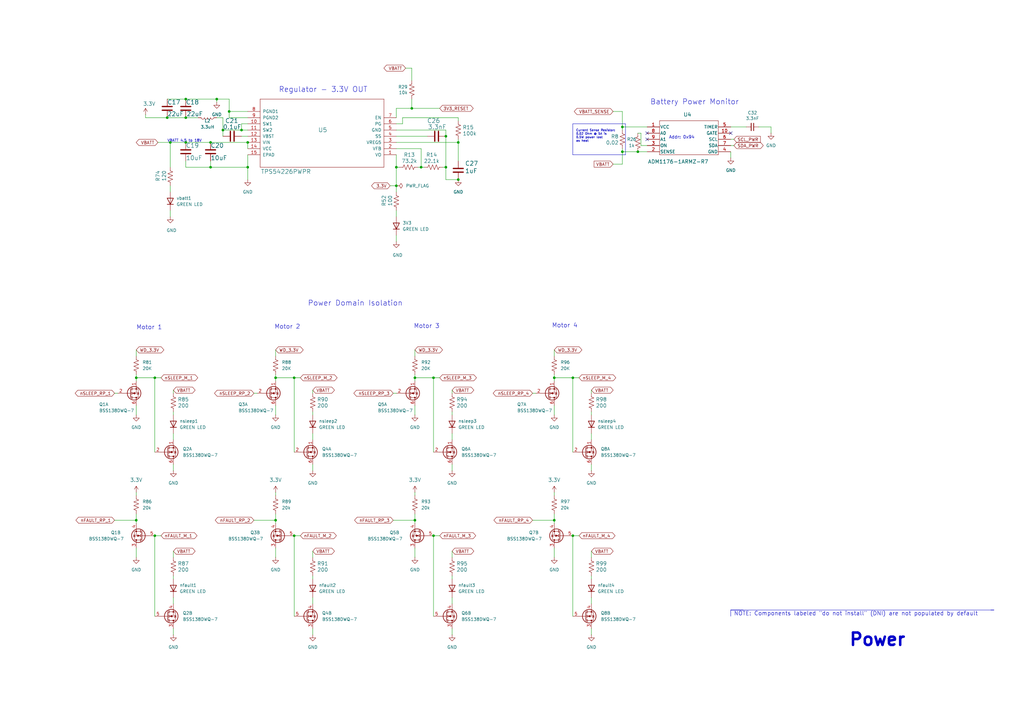
<source format=kicad_sch>
(kicad_sch (version 20250114) (generator "eeschema") (generator_version "9.0")
  (paper "A3")
  (title_block (title "Reaction Wheel Motor Board") (date "2025-08-28") (rev "1.2") (company "Stanford Student Space Initiative") (comment 1 "Carson Lauer") (comment 2 "David Hu (Revisions)"))
  (text "Addr: 0x94" (at 274.32 57.15 0) (effects (font (size 1.27 1.27)) (justify left bottom)))
  (text "Power Domain Isolation" (at 126.238 125.73 0) (effects (font (size 2.159 2.159)) (justify left bottom)))
  (text "Power" (at 347.98 265.43 0) (effects (font (size 5.08 5.08) (thickness 1.016) (bold yes)) (justify left bottom)))
  (text "Motor 3\n" (at 175.006 133.858 0) (effects (font (size 1.778 1.778))))
  (text "Battery Power Monitor" (at 266.7 43.18 0) (effects (font (size 2.159 2.159)) (justify left bottom)))
  (text "VBATT 4.5 to 18V" (at 68.58 58.42 0) (effects (font (size 1.0668 1.0668)) (justify left bottom)))
  (text "Current Sense Resistor:\n0.02 Ohm @ 5A is\n0.5W power lost\nas heat" (at 236.22 58.42 0) (effects (font (size 0.889 0.889)) (justify left bottom)))
  (text "Regulator - 3.3V OUT" (at 114.3 38.1 0) (effects (font (size 2.159 2.159)) (justify left bottom)))
  (text "Motor 4\n" (at 231.648 133.604 0) (effects (font (size 1.778 1.778))))
  (text "NOTE: Components labeled \"do not install\" (DNI) are not populated by default" (at 300.99 252.73 0) (effects (font (size 1.651 1.651)) (justify left bottom)))
  (text "Motor 1" (at 61.214 134.366 0) (effects (font (size 1.778 1.778))))
  (text "Motor 2\n" (at 117.856 134.112 0) (effects (font (size 1.778 1.778))))
  (junction (at 86.36 58.42))
  (junction (at 170.18 154.94))
  (junction (at 120.65 219.71))
  (junction (at 234.95 219.71))
  (junction (at 93.98 45.72))
  (junction (at 261.62 62.23))
  (junction (at 187.96 58.42))
  (junction (at 76.2 40.64))
  (junction (at 120.65 154.94))
  (junction (at 91.44 53.34))
  (junction (at 63.5 154.94))
  (junction (at 177.8 154.94))
  (junction (at 162.56 76.2))
  (junction (at 113.03 154.94))
  (junction (at 68.58 48.26))
  (junction (at 101.6 68.58))
  (junction (at 76.2 58.42))
  (junction (at 182.88 55.88))
  (junction (at 162.56 68.58))
  (junction (at 101.6 58.42))
  (junction (at 177.8 219.71))
  (junction (at 170.18 213.36))
  (junction (at 187.96 73.66))
  (junction (at 227.33 213.36))
  (junction (at 234.95 154.94))
  (junction (at 55.88 213.36))
  (junction (at 76.2 48.26))
  (junction (at 113.03 213.36))
  (junction (at 255.27 62.23))
  (junction (at 88.9 40.64))
  (junction (at 55.88 154.94))
  (junction (at 69.85 58.42))
  (junction (at 168.91 44.45))
  (junction (at 63.5 219.71))
  (junction (at 227.33 154.94))
  (junction (at 99.06 53.34))
  (junction (at 182.88 68.58))
  (junction (at 172.72 68.58))
  (junction (at 86.36 68.58))
  (junction (at 255.27 52.07))
  (no_connect (at 299.72 54.61))
  (no_connect (at 265.43 57.15))
  (no_connect (at 265.43 54.61))
  (wire (pts (xy 187.96 58.42) (xy 187.96 66.04)))
  (wire (pts (xy 227.33 203.2) (xy 227.33 201.93)))
  (wire (pts (xy 55.88 154.94) (xy 55.88 156.21)))
  (wire (pts (xy 170.18 143.51) (xy 170.18 146.05)))
  (wire (pts (xy 181.61 68.58) (xy 182.88 68.58)))
  (wire (pts (xy 71.12 226.06) (xy 71.12 228.6)))
  (wire (pts (xy 66.04 219.71) (xy 63.5 219.71)))
  (wire (pts (xy 242.57 193.04) (xy 242.57 190.5)))
  (wire (pts (xy 165.1 50.8) (xy 162.56 50.8)))
  (wire (pts (xy 63.5 154.94) (xy 66.04 154.94)))
  (wire (pts (xy 185.42 245.11) (xy 185.42 247.65)))
  (wire (pts (xy 88.9 40.64) (xy 93.98 40.64)))
  (wire (pts (xy 69.85 76.2) (xy 69.85 78.74)))
  (wire (pts (xy 76.2 68.58) (xy 76.2 66.04)))
  (wire (pts (xy 162.56 68.58) (xy 163.83 68.58)))
  (wire (pts (xy 161.29 213.36) (xy 170.18 213.36)))
  (wire (pts (xy 46.99 161.29) (xy 48.26 161.29)))
  (wire (pts (xy 261.62 62.23) (xy 265.43 62.23)))
  (wire (pts (xy 237.49 219.71) (xy 234.95 219.71)))
  (wire (pts (xy 170.18 153.67) (xy 170.18 154.94)))
  (wire (pts (xy 168.91 33.02) (xy 168.91 27.94)))
  (wire (pts (xy 172.72 68.58) (xy 173.99 68.58)))
  (wire (pts (xy 69.85 58.42) (xy 69.85 68.58)))
  (wire (pts (xy 170.18 154.94) (xy 170.18 156.21)))
  (wire (pts (xy 299.72 52.07) (xy 306.07 52.07)))
  (wire (pts (xy 218.44 161.29) (xy 219.71 161.29)))
  (wire (pts (xy 300.99 59.69) (xy 299.72 59.69)))
  (wire (pts (xy 86.36 68.58) (xy 101.6 68.58)))
  (wire (pts (xy 76.2 40.64) (xy 88.9 40.64)))
  (wire (pts (xy 242.57 160.02) (xy 242.57 161.29)))
  (wire (pts (xy 300.99 57.15) (xy 299.72 57.15)))
  (wire (pts (xy 187.96 57.15) (xy 187.96 58.42)))
  (wire (pts (xy 170.18 228.6) (xy 170.18 224.79)))
  (wire (pts (xy 120.65 154.94) (xy 123.19 154.94)))
  (wire (pts (xy 162.56 48.26) (xy 162.56 44.45)))
  (wire (pts (xy 162.56 63.5) (xy 162.56 68.58)))
  (wire (pts (xy 128.27 177.8) (xy 128.27 180.34)))
  (polyline (pts (xy 304.8 250.19) (xy 299.72 250.19)))
  (wire (pts (xy 234.95 154.94) (xy 237.49 154.94)))
  (wire (pts (xy 162.56 96.52) (xy 162.56 99.06)))
  (wire (pts (xy 227.33 213.36) (xy 227.33 214.63)))
  (wire (pts (xy 93.98 40.64) (xy 93.98 45.72)))
  (wire (pts (xy 242.57 226.06) (xy 242.57 228.6)))
  (wire (pts (xy 86.36 68.58) (xy 86.36 66.04)))
  (polyline (pts (xy 406.4 250.19) (xy 407.67 250.19)))
  (wire (pts (xy 227.33 166.37) (xy 227.33 170.18)))
  (wire (pts (xy 113.03 154.94) (xy 113.03 156.21)))
  (wire (pts (xy 234.95 185.42) (xy 234.95 154.94)))
  (wire (pts (xy 55.88 228.6) (xy 55.88 224.79)))
  (wire (pts (xy 99.06 53.34) (xy 99.06 50.8)))
  (wire (pts (xy 170.18 210.82) (xy 170.18 213.36)))
  (wire (pts (xy 101.6 68.58) (xy 101.6 73.66)))
  (wire (pts (xy 187.96 48.26) (xy 187.96 49.53)))
  (wire (pts (xy 91.44 53.34) (xy 91.44 48.26)))
  (wire (pts (xy 101.6 63.5) (xy 101.6 68.58)))
  (wire (pts (xy 227.33 154.94) (xy 227.33 156.21)))
  (wire (pts (xy 55.88 203.2) (xy 55.88 201.93)))
  (wire (pts (xy 86.36 58.42) (xy 101.6 58.42)))
  (wire (pts (xy 104.14 213.36) (xy 113.03 213.36)))
  (wire (pts (xy 128.27 237.49) (xy 128.27 236.22)))
  (wire (pts (xy 101.6 55.88) (xy 99.06 55.88)))
  (wire (pts (xy 64.77 58.42) (xy 69.85 58.42)))
  (wire (pts (xy 180.34 219.71) (xy 177.8 219.71)))
  (polyline (pts (xy 256.54 63.5) (xy 234.95 63.5)))
  (wire (pts (xy 55.88 153.67) (xy 55.88 154.94)))
  (wire (pts (xy 68.58 48.26) (xy 76.2 48.26)))
  (wire (pts (xy 113.03 166.37) (xy 113.03 170.18)))
  (wire (pts (xy 227.33 210.82) (xy 227.33 213.36)))
  (wire (pts (xy 168.91 40.64) (xy 168.91 44.45)))
  (wire (pts (xy 262.89 59.69) (xy 265.43 59.69)))
  (wire (pts (xy 185.42 193.04) (xy 185.42 190.5)))
  (polyline (pts (xy 256.54 50.8) (xy 256.54 63.5)))
  (wire (pts (xy 101.6 50.8) (xy 99.06 50.8)))
  (wire (pts (xy 255.27 62.23) (xy 255.27 67.31)))
  (wire (pts (xy 91.44 55.88) (xy 91.44 53.34)))
  (wire (pts (xy 168.91 44.45) (xy 180.34 44.45)))
  (wire (pts (xy 227.33 154.94) (xy 234.95 154.94)))
  (wire (pts (xy 69.85 86.36) (xy 69.85 88.9)))
  (wire (pts (xy 88.9 48.26) (xy 91.44 48.26)))
  (wire (pts (xy 68.58 40.64) (xy 76.2 40.64)))
  (wire (pts (xy 251.46 67.31) (xy 255.27 67.31)))
  (wire (pts (xy 71.12 245.11) (xy 71.12 247.65)))
  (wire (pts (xy 299.72 64.77) (xy 299.72 62.23)))
  (wire (pts (xy 227.33 153.67) (xy 227.33 154.94)))
  (polyline (pts (xy 234.95 50.8) (xy 256.54 50.8)))
  (wire (pts (xy 227.33 143.51) (xy 227.33 146.05)))
  (wire (pts (xy 162.56 53.34) (xy 182.88 53.34)))
  (wire (pts (xy 76.2 58.42) (xy 86.36 58.42)))
  (wire (pts (xy 251.46 45.72) (xy 255.27 45.72)))
  (wire (pts (xy 55.88 154.94) (xy 63.5 154.94)))
  (wire (pts (xy 46.99 213.36) (xy 55.88 213.36)))
  (wire (pts (xy 187.96 48.26) (xy 165.1 48.26)))
  (wire (pts (xy 55.88 166.37) (xy 55.88 170.18)))
  (wire (pts (xy 113.03 210.82) (xy 113.03 213.36)))
  (wire (pts (xy 71.12 237.49) (xy 71.12 236.22)))
  (wire (pts (xy 255.27 52.07) (xy 255.27 45.72)))
  (wire (pts (xy 170.18 203.2) (xy 170.18 201.93)))
  (wire (pts (xy 113.03 143.51) (xy 113.03 146.05)))
  (wire (pts (xy 128.27 260.35) (xy 128.27 257.81)))
  (wire (pts (xy 234.95 252.73) (xy 234.95 219.71)))
  (wire (pts (xy 93.98 48.26) (xy 101.6 48.26)))
  (wire (pts (xy 185.42 168.91) (xy 185.42 170.18)))
  (wire (pts (xy 172.72 60.96) (xy 172.72 68.58)))
  (wire (pts (xy 71.12 260.35) (xy 71.12 257.81)))
  (wire (pts (xy 185.42 260.35) (xy 185.42 257.81)))
  (wire (pts (xy 120.65 252.73) (xy 120.65 219.71)))
  (wire (pts (xy 185.42 237.49) (xy 185.42 236.22)))
  (wire (pts (xy 177.8 154.94) (xy 180.34 154.94)))
  (polyline (pts (xy 299.72 250.19) (xy 299.72 252.73)))
  (wire (pts (xy 227.33 228.6) (xy 227.33 224.79)))
  (wire (pts (xy 162.56 58.42) (xy 187.96 58.42)))
  (wire (pts (xy 255.27 62.23) (xy 261.62 62.23)))
  (wire (pts (xy 242.57 168.91) (xy 242.57 170.18)))
  (wire (pts (xy 170.18 154.94) (xy 177.8 154.94)))
  (wire (pts (xy 59.69 48.26) (xy 68.58 48.26)))
  (wire (pts (xy 113.03 153.67) (xy 113.03 154.94)))
  (wire (pts (xy 316.23 54.61) (xy 316.23 52.07)))
  (wire (pts (xy 182.88 73.66) (xy 187.96 73.66)))
  (wire (pts (xy 113.03 154.94) (xy 120.65 154.94)))
  (wire (pts (xy 113.03 228.6) (xy 113.03 224.79)))
  (wire (pts (xy 88.9 40.64) (xy 88.9 41.91)))
  (wire (pts (xy 185.42 177.8) (xy 185.42 180.34)))
  (wire (pts (xy 162.56 55.88) (xy 175.26 55.88)))
  (wire (pts (xy 162.56 68.58) (xy 162.56 76.2)))
  (wire (pts (xy 104.14 161.29) (xy 105.41 161.29)))
  (wire (pts (xy 316.23 52.07) (xy 311.15 52.07)))
  (wire (pts (xy 162.56 76.2) (xy 160.02 76.2)))
  (wire (pts (xy 170.18 213.36) (xy 170.18 214.63)))
  (wire (pts (xy 242.57 237.49) (xy 242.57 236.22)))
  (wire (pts (xy 71.12 160.02) (xy 71.12 161.29)))
  (wire (pts (xy 185.42 160.02) (xy 185.42 161.29)))
  (wire (pts (xy 63.5 252.73) (xy 63.5 219.71)))
  (wire (pts (xy 113.03 203.2) (xy 113.03 201.93)))
  (wire (pts (xy 162.56 76.2) (xy 162.56 78.74)))
  (wire (pts (xy 182.88 53.34) (xy 182.88 55.88)))
  (wire (pts (xy 185.42 226.06) (xy 185.42 228.6)))
  (wire (pts (xy 162.56 60.96) (xy 172.72 60.96)))
  (wire (pts (xy 170.18 166.37) (xy 170.18 170.18)))
  (wire (pts (xy 262.89 59.69) (xy 262.89 54.61)))
  (wire (pts (xy 242.57 245.11) (xy 242.57 247.65)))
  (wire (pts (xy 242.57 260.35) (xy 242.57 257.81)))
  (wire (pts (xy 55.88 143.51) (xy 55.88 146.05)))
  (wire (pts (xy 120.65 185.42) (xy 120.65 154.94)))
  (wire (pts (xy 59.69 46.99) (xy 59.69 48.26)))
  (wire (pts (xy 128.27 193.04) (xy 128.27 190.5)))
  (wire (pts (xy 55.88 210.82) (xy 55.88 213.36)))
  (polyline (pts (xy 299.72 250.19) (xy 407.67 250.19)))
  (wire (pts (xy 177.8 252.73) (xy 177.8 219.71)))
  (wire (pts (xy 101.6 60.96) (xy 101.6 58.42)))
  (wire (pts (xy 162.56 86.36) (xy 162.56 88.9)))
  (wire (pts (xy 71.12 168.91) (xy 71.12 170.18)))
  (wire (pts (xy 71.12 193.04) (xy 71.12 190.5)))
  (polyline (pts (xy 234.95 63.5) (xy 234.95 50.8)))
  (wire (pts (xy 93.98 45.72) (xy 93.98 48.26)))
  (wire (pts (xy 55.88 213.36) (xy 55.88 214.63)))
  (wire (pts (xy 182.88 68.58) (xy 182.88 73.66)))
  (wire (pts (xy 255.27 52.07) (xy 255.27 53.34)))
  (wire (pts (xy 168.91 27.94) (xy 166.37 27.94)))
  (wire (pts (xy 101.6 53.34) (xy 99.06 53.34)))
  (wire (pts (xy 63.5 185.42) (xy 63.5 154.94)))
  (wire (pts (xy 113.03 213.36) (xy 113.03 214.63)))
  (wire (pts (xy 182.88 55.88) (xy 182.88 68.58)))
  (wire (pts (xy 128.27 226.06) (xy 128.27 228.6)))
  (wire (pts (xy 76.2 68.58) (xy 86.36 68.58)))
  (wire (pts (xy 128.27 245.11) (xy 128.27 247.65)))
  (wire (pts (xy 69.85 58.42) (xy 76.2 58.42)))
  (wire (pts (xy 242.57 177.8) (xy 242.57 180.34)))
  (wire (pts (xy 123.19 219.71) (xy 120.65 219.71)))
  (wire (pts (xy 218.44 213.36) (xy 227.33 213.36)))
  (wire (pts (xy 177.8 185.42) (xy 177.8 154.94)))
  (wire (pts (xy 255.27 52.07) (xy 265.43 52.07)))
  (wire (pts (xy 262.89 54.61) (xy 261.62 54.61)))
  (wire (pts (xy 76.2 48.26) (xy 81.28 48.26)))
  (wire (pts (xy 162.56 44.45) (xy 168.91 44.45)))
  (wire (pts (xy 101.6 45.72) (xy 93.98 45.72)))
  (wire (pts (xy 255.27 60.96) (xy 255.27 62.23)))
  (wire (pts (xy 128.27 168.91) (xy 128.27 170.18)))
  (wire (pts (xy 99.06 53.34) (xy 91.44 53.34)))
  (wire (pts (xy 171.45 68.58) (xy 172.72 68.58)))
  (wire (pts (xy 71.12 177.8) (xy 71.12 180.34)))
  (wire (pts (xy 161.29 161.29) (xy 162.56 161.29)))
  (wire (pts (xy 165.1 48.26) (xy 165.1 50.8)))
  (wire (pts (xy 128.27 160.02) (xy 128.27 161.29)))
  (global_label "nSLEEP_RP_4" (shape bidirectional) (at 218.44 161.29 180) (property "Intersheetrefs" "${INTERSHEET_REFS}" (effects (hide yes))))
  (global_label "VBATT" (shape bidirectional) (at 242.57 226.06 0) (property "Intersheetrefs" "${INTERSHEET_REFS}" (effects (hide yes))))
  (global_label "nFAULT_RP_1" (shape bidirectional) (at 46.99 213.36 180) (property "Intersheetrefs" "${INTERSHEET_REFS}" (effects (hide yes))))
  (global_label "SDA_PWR" (shape bidirectional) (at 300.99 59.69 0) (property "Intersheetrefs" "${INTERSHEET_REFS}" (effects (hide yes))))
  (global_label "VBATT" (shape bidirectional) (at 166.37 27.94 180) (property "Intersheetrefs" "${INTERSHEET_REFS}" (effects (hide yes))))
  (global_label "VBATT" (shape bidirectional) (at 185.42 160.02 0) (property "Intersheetrefs" "${INTERSHEET_REFS}" (effects (hide yes))))
  (global_label "nFAULT_M_3" (shape bidirectional) (at 180.34 219.71 0) (property "Intersheetrefs" "${INTERSHEET_REFS}" (effects (hide yes))))
  (global_label "nFAULT_M_2" (shape bidirectional) (at 123.19 219.71 0) (property "Intersheetrefs" "${INTERSHEET_REFS}" (effects (hide yes))))
  (global_label "VBATT" (shape bidirectional) (at 64.77 58.42 180) (property "Intersheetrefs" "${INTERSHEET_REFS}" (effects (hide yes))))
  (global_label "3V3_RESET" (shape bidirectional) (at 180.34 44.45 0) (property "Intersheetrefs" "${INTERSHEET_REFS}" (effects (hide yes))))
  (global_label "VBATT" (shape bidirectional) (at 71.12 160.02 0) (property "Intersheetrefs" "${INTERSHEET_REFS}" (effects (hide yes))))
  (global_label "nFAULT_M_1" (shape bidirectional) (at 66.04 219.71 0) (property "Intersheetrefs" "${INTERSHEET_REFS}" (effects (hide yes))))
  (global_label "nSLEEP_RP_3" (shape bidirectional) (at 161.29 161.29 180) (property "Intersheetrefs" "${INTERSHEET_REFS}" (effects (hide yes))))
  (global_label "nSLEEP_M_1" (shape bidirectional) (at 66.04 154.94 0) (property "Intersheetrefs" "${INTERSHEET_REFS}" (effects (hide yes))))
  (global_label "nSLEEP_M_3" (shape bidirectional) (at 180.34 154.94 0) (property "Intersheetrefs" "${INTERSHEET_REFS}" (effects (hide yes))))
  (global_label "VBATT" (shape bidirectional) (at 242.57 160.02 0) (property "Intersheetrefs" "${INTERSHEET_REFS}" (effects (hide yes))))
  (global_label "VBATT_SENSE" (shape bidirectional) (at 251.46 45.72 180) (property "Intersheetrefs" "${INTERSHEET_REFS}" (effects (hide yes))))
  (global_label "nSLEEP_M_4" (shape bidirectional) (at 237.49 154.94 0) (property "Intersheetrefs" "${INTERSHEET_REFS}" (effects (hide yes))))
  (global_label "VBATT" (shape bidirectional) (at 71.12 226.06 0) (property "Intersheetrefs" "${INTERSHEET_REFS}" (effects (hide yes))))
  (global_label "VBATT" (shape input) (at 251.46 67.31 180) (property "Intersheetrefs" "${INTERSHEET_REFS}" (effects (hide yes))))
  (global_label "VBATT" (shape bidirectional) (at 128.27 226.06 0) (property "Intersheetrefs" "${INTERSHEET_REFS}" (effects (hide yes))))
  (global_label "WD_3.3V" (shape bidirectional) (at 227.33 143.51 0) (property "Intersheetrefs" "${INTERSHEET_REFS}" (effects (hide yes))))
  (global_label "WD_3.3V" (shape bidirectional) (at 113.03 143.51 0) (property "Intersheetrefs" "${INTERSHEET_REFS}" (effects (hide yes))))
  (global_label "nSLEEP_RP_1" (shape bidirectional) (at 46.99 161.29 180) (property "Intersheetrefs" "${INTERSHEET_REFS}" (effects (hide yes))))
  (global_label "nFAULT_RP_2" (shape bidirectional) (at 104.14 213.36 180) (property "Intersheetrefs" "${INTERSHEET_REFS}" (effects (hide yes))))
  (global_label "nFAULT_RP_4" (shape bidirectional) (at 218.44 213.36 180) (property "Intersheetrefs" "${INTERSHEET_REFS}" (effects (hide yes))))
  (global_label "VBATT" (shape bidirectional) (at 128.27 160.02 0) (property "Intersheetrefs" "${INTERSHEET_REFS}" (effects (hide yes))))
  (global_label "SCL_PWR" (shape input) (at 300.99 57.15 0) (property "Intersheetrefs" "${INTERSHEET_REFS}" (effects (hide yes))))
  (global_label "WD_3.3V" (shape bidirectional) (at 55.88 143.51 0) (property "Intersheetrefs" "${INTERSHEET_REFS}" (effects (hide yes))))
  (global_label "WD_3.3V" (shape bidirectional) (at 170.18 143.51 0) (property "Intersheetrefs" "${INTERSHEET_REFS}" (effects (hide yes))))
  (global_label "nFAULT_M_4" (shape bidirectional) (at 237.49 219.71 0) (property "Intersheetrefs" "${INTERSHEET_REFS}" (effects (hide yes))))
  (global_label "nSLEEP_M_2" (shape bidirectional) (at 123.19 154.94 0) (property "Intersheetrefs" "${INTERSHEET_REFS}" (effects (hide yes))))
  (global_label "nFAULT_RP_3" (shape bidirectional) (at 161.29 213.36 180) (property "Intersheetrefs" "${INTERSHEET_REFS}" (effects (hide yes))))
  (global_label "nSLEEP_RP_2" (shape bidirectional) (at 104.14 161.29 180) (property "Intersheetrefs" "${INTERSHEET_REFS}" (effects (hide yes))))
  (global_label "3.3V" (shape bidirectional) (at 160.02 76.2 180) (property "Intersheetrefs" "${INTERSHEET_REFS}" (effects (hide yes))))
  (global_label "VBATT" (shape bidirectional) (at 185.42 226.06 0) (property "Intersheetrefs" "${INTERSHEET_REFS}" (effects (hide yes))))
  (symbol (lib_id "Device:C") (at 95.25 55.88 90) (unit 1)
    (property "Reference" "C21" (at 97.79 48.514 90) (effects (font (size 1.778 1.778)) (justify left bottom)))
    (property "Value" "0.1uF" (at 99.06 51.054 90) (effects (font (size 1.778 1.778)) (justify left bottom)))
    (property "Footprint" "Capacitor_SMD:C_0603_1608Metric" (effects (hide yes)))
    (property "Description" "Unpolarized capacitor" (effects (hide yes)))
  )
  (symbol (lib_id "Device:R_US") (at 177.8 68.58 270) (unit 1)
    (property "Reference" "R14" (at 177.038 63.5 90) (effects (font (size 1.4986 1.4986))))
    (property "Value" "22.1k" (at 177.038 66.04 90) (effects (font (size 1.4986 1.4986))))
    (property "Footprint" "Resistor_SMD:R_0603_1608Metric" (effects (hide yes)))
    (property "Description" "Resistor, US symbol" (effects (hide yes)))
  )
  (symbol (lib_id "Device:R_US") (at 255.27 57.15 180) (unit 1)
    (property "Reference" "R8" (at 253.746 55.118 0) (effects (font (size 1.4986 1.4986)) (justify left bottom)))
    (property "Value" "0.02" (at 253.746 57.658 0) (effects (font (size 1.4986 1.4986)) (justify left bottom)))
    (property "Footprint" "Resistor_SMD:R_2512_6332Metric" (effects (hide yes)))
    (property "Description" "Resistor, US symbol" (effects (hide yes)))
  )
  (symbol (lib_id "Device:C") (at 187.96 69.85 0) (unit 1)
    (property "Reference" "C27" (at 190.7032 67.0306 0) (effects (font (size 1.778 1.778)) (justify left)))
    (property "Value" "1uF" (at 190.7032 70.104 0) (effects (font (size 1.778 1.778)) (justify left)))
    (property "Footprint" "Capacitor_SMD:C_0603_1608Metric" (effects (hide yes)))
    (property "Description" "Unpolarized capacitor" (effects (hide yes)))
  )
  (symbol (lib_id "Device:C") (at 68.58 44.45 0) (unit 1)
    (property "Reference" "C17" (at 68.58 42.926 0) (effects (font (size 1.778 1.778)) (justify left bottom)))
    (property "Value" "22uF" (at 68.58 47.752 0) (effects (font (size 1.778 1.778)) (justify left bottom)))
    (property "Footprint" "Capacitor_SMD:C_0603_1608Metric" (effects (hide yes)))
    (property "Description" "Unpolarized capacitor" (effects (hide yes)))
  )
  (symbol (lib_id "Device:R_US") (at 187.96 53.34 0) (unit 1)
    (property "Reference" "R15" (at 189.738 53.086 0) (effects (font (size 1.4986 1.4986)) (justify left bottom)))
    (property "Value" "100k" (at 189.738 55.626 0) (effects (font (size 1.4986 1.4986)) (justify left bottom)))
    (property "Footprint" "Resistor_SMD:R_0603_1608Metric" (effects (hide yes)))
    (property "Description" "Resistor, US symbol" (effects (hide yes)))
  )
  (symbol (lib_id "Device:L") (at 85.09 48.26 270) (unit 1)
    (property "Reference" "L2" (at 85.09 49.53 90))
    (property "Value" "3.3uH" (at 85.09 52.07 90))
    (property "Footprint" "ssi_inductor:L_2141" (effects (hide yes)))
    (property "Description" "Inductor" (effects (hide yes)))
    (property "Flight" "SPM5030T-3R3M-HZ" (effects (hide yes)))
    (property "Manufacturer_Name" "TAI-TECH" (effects (hide yes)))
    (property "Manufacturer_Part_Number" "HPC5040NF-3R3MTH" (effects (hide yes)))
    (property "Proto" "HPC5040NF-3R3MTH" (effects (hide yes)))
  )
  (symbol (lib_id "ssi_IC:ADM1176-1ARMZ-R7") (at 262.89 38.1 0) (unit 1)
    (property "Reference" "U4" (at 281.94 46.99 0) (effects (font (size 1.524 1.524))))
    (property "Value" "ADM1176-1ARMZ-R7" (at 278.13 66.294 0) (effects (font (size 1.524 1.524))))
    (property "Footprint" "ssi_IC:ADM1176-1ARMZ-R7" (effects (hide yes)))
    (property "Datasheet" "https://www.analog.com/media/en/technical-documentation/data-sheets/ADM1176.pdf" (effects (hide yes)))
    (property "Description" "Power Monitor" (effects (hide yes)))
    (property "Flight" "ADM1176-1ARMZ-R7" (effects (hide yes)))
    (property "Manufacturer_Name" "Analog Devices Inc." (effects (hide yes)))
    (property "Manufacturer_Part_Number" "ADM1176-1ARMZ-R7" (effects (hide yes)))
    (property "Proto" "ADM1176-1ARMZ-R7" (effects (hide yes)))
  )
  (symbol (lib_id "Device:R_US") (at 261.62 58.42 0) (mirror x) (unit 1)
    (property "Reference" "R26" (at 259.08 57.15 0))
    (property "Value" "1k" (at 259.08 59.69 0))
    (property "Footprint" "Resistor_SMD:R_0603_1608Metric" (effects (hide yes)))
    (property "Description" "1K 0603" (effects (hide yes)))
  )
  (symbol (lib_id "Device:C_Small") (at 308.61 52.07 270) (unit 1)
    (property "Reference" "C32" (at 308.61 46.2534 90))
    (property "Value" "3.3nF" (at 308.61 48.5648 90))
    (property "Footprint" "Capacitor_SMD:C_0603_1608Metric" (effects (hide yes)))
    (property "Description" "3.3nF +-10% 100V X7R 0603" (effects (hide yes)))
  )
  (symbol (lib_id "Device:R_US") (at 168.91 36.83 0) (mirror y) (unit 1)
    (property "Reference" "R29" (at 167.2082 35.6616 0) (effects (justify left)))
    (property "Value" "10k" (at 167.2082 37.973 0) (effects (justify left)))
    (property "Footprint" "Resistor_SMD:R_0603_1608Metric" (effects (hide yes)))
    (property "Description" "73.2K 0603" (effects (hide yes)))
  )
  (symbol (lib_id "Device:C") (at 76.2 62.23 0) (unit 1)
    (property "Reference" "C19" (at 76.2 60.706 0) (effects (font (size 1.778 1.778)) (justify left bottom)))
    (property "Value" "10uF" (at 76.2 65.786 0) (effects (font (size 1.778 1.778)) (justify left bottom)))
    (property "Footprint" "Capacitor_SMD:C_1210_3225Metric" (effects (hide yes)))
    (property "Description" "Unpolarized capacitor" (effects (hide yes)))
  )
  (symbol (lib_id "Device:R_US") (at 167.64 68.58 270) (unit 1)
    (property "Reference" "R13" (at 167.894 63.5 90) (effects (font (size 1.4986 1.4986))))
    (property "Value" "73.2k" (at 167.894 66.04 90) (effects (font (size 1.4986 1.4986))))
    (property "Footprint" "Resistor_SMD:R_0603_1608Metric" (effects (hide yes)))
    (property "Description" "Resistor, US symbol" (effects (hide yes)))
  )
  (symbol (lib_id "Device:C") (at 179.07 55.88 90) (unit 1)
    (property "Reference" "C26" (at 180.594 48.514 90) (effects (font (size 1.778 1.778)) (justify left bottom)))
    (property "Value" "3.3nF" (at 183.134 51.054 90) (effects (font (size 1.778 1.778)) (justify left bottom)))
    (property "Footprint" "Capacitor_SMD:C_0603_1608Metric" (effects (hide yes)))
    (property "Description" "Unpolarized capacitor" (effects (hide yes)))
  )
  (symbol (lib_id "Device:C") (at 76.2 44.45 0) (unit 1)
    (property "Reference" "C18" (at 76.2 42.926 0) (effects (font (size 1.778 1.778)) (justify left bottom)))
    (property "Value" "22uF" (at 76.454 47.752 0) (effects (font (size 1.778 1.778)) (justify left bottom)))
    (property "Footprint" "Capacitor_SMD:C_0603_1608Metric" (effects (hide yes)))
    (property "Description" "Unpolarized capacitor" (effects (hide yes)))
  )
  (symbol (lib_id "Device:C") (at 86.36 62.23 0) (unit 1)
    (property "Reference" "C20" (at 86.36 60.706 0) (effects (font (size 1.778 1.778)) (justify left bottom)))
    (property "Value" "10uF" (at 86.36 65.786 0) (effects (font (size 1.778 1.778)) (justify left bottom)))
    (property "Footprint" "Capacitor_SMD:C_1210_3225Metric" (effects (hide yes)))
    (property "Description" "Unpolarized capacitor" (effects (hide yes)))
  )
  (symbol (lib_id "ssi_IC:TPS54226PWPR") (at 165.1 63.5 180) (unit 1)
    (property "Reference" "U5" (at 134.2644 52.2986 0) (effects (font (size 1.7526 1.7526)) (justify left bottom)))
    (property "Value" "TPS54226PWPR" (at 106.934 71.374 0) (effects (font (size 1.7526 1.7526)) (justify right top)))
    (property "Footprint" "ssi_IC:PWP14_2P31X2P46-L" (effects (hide yes)))
    (property "Datasheet" "https://www.ti.com/lit/gpn/tps54226" (effects (hide yes)))
    (property "Description" "3.3V Switching Regulator" (effects (hide yes)))
    (property "Flight" "TPS54226PWPR" (effects (hide yes)))
    (property "Manufacturer_Name" "Texas Instruments" (effects (hide yes)))
    (property "Manufacturer_Part_Number" "TPS54226PWPR" (effects (hide yes)))
    (property "Proto" "TPS54226PWPR" (effects (hide yes)))
  )
  (symbol (lib_id "power:GND") (at 170.18 170.18 0) (unit 1)
    (property "Reference" "#PWR095" (effects (hide yes)))
    (property "Value" "GND" (at 170.18 175.26 0))
    (property "Description" "Power symbol creates a global label with name \"GND\" , ground" (effects (hide yes)))
  )
  (symbol (lib_id "power:GND") (at 55.88 170.18 0) (unit 1)
    (property "Reference" "#PWR079" (effects (hide yes)))
    (property "Value" "GND" (at 55.88 175.26 0))
    (property "Description" "Power symbol creates a global label with name \"GND\" , ground" (effects (hide yes)))
  )
  (symbol (lib_id "power:GND") (at 242.57 193.04 0) (unit 1)
    (property "Reference" "#PWR0103" (effects (hide yes)))
    (property "Value" "GND" (at 242.57 198.12 0))
    (property "Description" "Power symbol creates a global label with name \"GND\" , ground" (effects (hide yes)))
  )
  (symbol (lib_id "Device:D") (at 69.85 82.55 90) (unit 1)
    (property "Reference" "vbatt1" (at 72.39 81.2799 90) (effects (justify right)))
    (property "Value" "GREEN LED" (at 72.39 83.8199 90) (effects (justify right)))
    (property "Footprint" "Diode_SMD:D_0603_1608Metric" (effects (hide yes)))
    (property "Datasheet" "https://optoelectronics.liteon.com/upload/download/DS22-2000-228/LTST-C191KGKT.PDF" (effects (hide yes)))
    (property "Description" "Diode" (effects (hide yes)))
    (property "Sim.Device" "D" (effects (hide yes)))
    (property "Sim.Pins" "1=K 2=A" (effects (hide yes)))
  )
  (symbol (lib_id "Device:R_US") (at 69.85 72.39 0) (unit 1)
    (property "Reference" "R74" (at 64.77 72.136 90) (effects (font (size 1.4986 1.4986))))
    (property "Value" "120" (at 67.31 72.136 90) (effects (font (size 1.4986 1.4986))))
    (property "Footprint" "Resistor_SMD:R_0603_1608Metric" (effects (hide yes)))
    (property "Description" "Resistor, US symbol" (effects (hide yes)))
  )
  (symbol (lib_id "Device:D") (at 242.57 173.99 90) (unit 1)
    (property "Reference" "nsleep4" (at 245.11 172.7199 90) (effects (justify right)))
    (property "Value" "GREEN LED" (at 245.11 175.2599 90) (effects (justify right)))
    (property "Footprint" "Diode_SMD:D_0603_1608Metric" (effects (hide yes)))
    (property "Datasheet" "https://optoelectronics.liteon.com/upload/download/DS22-2000-228/LTST-C191KGKT.PDF" (effects (hide yes)))
    (property "Description" "Diode" (effects (hide yes)))
    (property "Sim.Device" "D" (effects (hide yes)))
    (property "Sim.Pins" "1=K 2=A" (effects (hide yes)))
  )
  (symbol (lib_id "Device:R_US") (at 170.18 149.86 0) (unit 1)
    (property "Reference" "R92" (at 172.72 148.5899 0) (effects (justify left)))
    (property "Value" "20K" (at 172.72 151.1299 0) (effects (justify left)))
    (property "Footprint" "Resistor_SMD:R_0603_1608Metric" (effects (hide yes)))
    (property "Description" "Resistor, US symbol" (effects (hide yes)))
  )
  (symbol (lib_id "power:GND") (at 299.72 64.77 0) (unit 1)
    (property "Reference" "#PWR03" (effects (hide yes)))
    (property "Value" "GND" (at 299.72 69.85 0))
  )
  (symbol (lib_id "power:GND") (at 242.57 260.35 0) (unit 1)
    (property "Reference" "#PWR0104" (effects (hide yes)))
    (property "Value" "GND" (at 242.57 265.43 0))
    (property "Description" "Power symbol creates a global label with name \"GND\" , ground" (effects (hide yes)))
  )
  (symbol (lib_id "power:+3.3V") (at 227.33 201.93 0) (unit 1)
    (property "Reference" "#P+08" (effects (hide yes)))
    (property "Value" "3.3V" (at 227.33 196.85 0) (effects (font (size 1.4986 1.4986))))
    (property "Description" "Power symbol creates a global label with name \"+3.3V\"" (effects (hide yes)))
  )
  (symbol (lib_id "ssi_transistor:BSS138DWQ-7") (at 127 185.42 0) (mirror x) (unit 1)
    (property "Reference" "Q4" (at 132.08 184.1499 0) (effects (justify left)))
    (property "Value" "BSS138DWQ-7" (at 132.08 186.6899 0) (effects (justify left)))
    (property "Footprint" "ssi_transistor:BSS138DWQ-7" (effects (hide yes)))
    (property "Datasheet" "https://www.diodes.com/assets/Datasheets/BSS138DWQ.pdf" (effects (hide yes)))
    (property "Description" "MOSFET BSS Family" (effects (hide yes)))
    (property "Height" "1.1" (effects (hide yes)))
    (property "Manufacturer_Name" "Diodes Inc." (effects (hide yes)))
    (property "Manufacturer_Part_Number" "BSS138DWQ-7" (effects (hide yes)))
    (property "Mouser Part Number" "621-BSS138DWQ-7" (effects (hide yes)))
    (property "Mouser Price/Stock" "https://www.mouser.co.uk/ProductDetail/Diodes-Incorporated/BSS138DWQ-7?qs=nJRy1mI8RR9wz3YdMQOQIA%3D%3D" (effects (hide yes)))
  )
  (symbol (lib_id "Device:R_US") (at 242.57 232.41 0) (unit 1)
    (property "Reference" "R99" (at 246.634 231.14 0) (effects (font (size 1.4986 1.4986))))
    (property "Value" "200" (at 246.634 233.68 0) (effects (font (size 1.4986 1.4986))))
    (property "Footprint" "Resistor_SMD:R_0603_1608Metric" (effects (hide yes)))
    (property "Description" "Resistor, US symbol" (effects (hide yes)))
  )
  (symbol (lib_id "ssi_transistor:BSS138DWQ-7") (at 184.15 185.42 0) (mirror x) (unit 1)
    (property "Reference" "Q6" (at 189.23 184.1499 0) (effects (justify left)))
    (property "Value" "BSS138DWQ-7" (at 189.23 186.6899 0) (effects (justify left)))
    (property "Footprint" "ssi_transistor:BSS138DWQ-7" (effects (hide yes)))
    (property "Datasheet" "https://www.diodes.com/assets/Datasheets/BSS138DWQ.pdf" (effects (hide yes)))
    (property "Description" "MOSFET BSS Family" (effects (hide yes)))
    (property "Height" "1.1" (effects (hide yes)))
    (property "Manufacturer_Name" "Diodes Inc." (effects (hide yes)))
    (property "Manufacturer_Part_Number" "BSS138DWQ-7" (effects (hide yes)))
    (property "Mouser Part Number" "621-BSS138DWQ-7" (effects (hide yes)))
    (property "Mouser Price/Stock" "https://www.mouser.co.uk/ProductDetail/Diodes-Incorporated/BSS138DWQ-7?qs=nJRy1mI8RR9wz3YdMQOQIA%3D%3D" (effects (hide yes)))
  )
  (symbol (lib_id "ssi_transistor:BSS138DWQ-7") (at 69.85 185.42 0) (mirror x) (unit 1)
    (property "Reference" "Q2" (at 74.93 184.1499 0) (effects (justify left)))
    (property "Value" "BSS138DWQ-7" (at 74.93 186.6899 0) (effects (justify left)))
    (property "Footprint" "ssi_transistor:BSS138DWQ-7" (effects (hide yes)))
    (property "Datasheet" "https://www.diodes.com/assets/Datasheets/BSS138DWQ.pdf" (effects (hide yes)))
    (property "Description" "MOSFET BSS Family" (effects (hide yes)))
    (property "Height" "1.1" (effects (hide yes)))
    (property "Manufacturer_Name" "Diodes Inc." (effects (hide yes)))
    (property "Manufacturer_Part_Number" "BSS138DWQ-7" (effects (hide yes)))
    (property "Mouser Part Number" "621-BSS138DWQ-7" (effects (hide yes)))
    (property "Mouser Price/Stock" "https://www.mouser.co.uk/ProductDetail/Diodes-Incorporated/BSS138DWQ-7?qs=nJRy1mI8RR9wz3YdMQOQIA%3D%3D" (effects (hide yes)))
  )
  (symbol (lib_id "Device:R_US") (at 113.03 149.86 0) (unit 1)
    (property "Reference" "R88" (at 115.57 148.5899 0) (effects (justify left)))
    (property "Value" "20K" (at 115.57 151.1299 0) (effects (justify left)))
    (property "Footprint" "Resistor_SMD:R_0603_1608Metric" (effects (hide yes)))
    (property "Description" "Resistor, US symbol" (effects (hide yes)))
  )
  (symbol (lib_id "ssi_transistor:BSS138DWQ-7") (at 111.76 161.29 0) (mirror x) (unit 1)
    (property "Reference" "Q3" (at 97.79 165.862 0) (effects (justify left)))
    (property "Value" "BSS138DWQ-7" (at 97.79 168.402 0) (effects (justify left)))
    (property "Footprint" "ssi_transistor:BSS138DWQ-7" (effects (hide yes)))
    (property "Datasheet" "https://www.diodes.com/assets/Datasheets/BSS138DWQ.pdf" (effects (hide yes)))
    (property "Description" "MOSFET BSS Family" (effects (hide yes)))
    (property "Height" "1.1" (effects (hide yes)))
    (property "Manufacturer_Name" "Diodes Inc." (effects (hide yes)))
    (property "Manufacturer_Part_Number" "BSS138DWQ-7" (effects (hide yes)))
    (property "Mouser Part Number" "621-BSS138DWQ-7" (effects (hide yes)))
    (property "Mouser Price/Stock" "https://www.mouser.co.uk/ProductDetail/Diodes-Incorporated/BSS138DWQ-7?qs=nJRy1mI8RR9wz3YdMQOQIA%3D%3D" (effects (hide yes)))
  )
  (symbol (lib_id "Device:R_US") (at 55.88 207.01 0) (unit 1)
    (property "Reference" "R86" (at 58.42 205.7399 0) (effects (justify left)))
    (property "Value" "20k" (at 58.42 208.2799 0) (effects (justify left)))
    (property "Footprint" "Resistor_SMD:R_0603_1608Metric" (effects (hide yes)))
    (property "Description" "Resistor, US symbol" (effects (hide yes)))
  )
  (symbol (lib_id "power:GND") (at 227.33 228.6 0) (unit 1)
    (property "Reference" "#PWR0102" (effects (hide yes)))
    (property "Value" "GND" (at 227.33 233.68 0))
    (property "Description" "Power symbol creates a global label with name \"GND\" , ground" (effects (hide yes)))
  )
  (symbol (lib_id "power:GND") (at 227.33 170.18 0) (unit 1)
    (property "Reference" "#PWR0100" (effects (hide yes)))
    (property "Value" "GND" (at 227.33 175.26 0))
    (property "Description" "Power symbol creates a global label with name \"GND\" , ground" (effects (hide yes)))
  )
  (symbol (lib_id "Device:R_US") (at 128.27 232.41 0) (unit 1)
    (property "Reference" "R91" (at 132.334 231.14 0) (effects (font (size 1.4986 1.4986))))
    (property "Value" "200" (at 132.334 233.68 0) (effects (font (size 1.4986 1.4986))))
    (property "Footprint" "Resistor_SMD:R_0603_1608Metric" (effects (hide yes)))
    (property "Description" "Resistor, US symbol" (effects (hide yes)))
  )
  (symbol (lib_id "ssi_transistor:BSS138DWQ-7") (at 54.61 161.29 0) (mirror x) (unit 1)
    (property "Reference" "Q1" (at 40.64 165.862 0) (effects (justify left)))
    (property "Value" "BSS138DWQ-7" (at 40.64 168.402 0) (effects (justify left)))
    (property "Footprint" "ssi_transistor:BSS138DWQ-7" (effects (hide yes)))
    (property "Datasheet" "https://www.diodes.com/assets/Datasheets/BSS138DWQ.pdf" (effects (hide yes)))
    (property "Description" "MOSFET BSS Family" (effects (hide yes)))
    (property "Height" "1.1" (effects (hide yes)))
    (property "Manufacturer_Name" "Diodes Inc." (effects (hide yes)))
    (property "Manufacturer_Part_Number" "BSS138DWQ-7" (effects (hide yes)))
    (property "Mouser Part Number" "621-BSS138DWQ-7" (effects (hide yes)))
    (property "Mouser Price/Stock" "https://www.mouser.co.uk/ProductDetail/Diodes-Incorporated/BSS138DWQ-7?qs=nJRy1mI8RR9wz3YdMQOQIA%3D%3D" (effects (hide yes)))
  )
  (symbol (lib_id "Device:R_US") (at 71.12 165.1 0) (unit 1)
    (property "Reference" "R85" (at 75.184 163.83 0) (effects (font (size 1.4986 1.4986))))
    (property "Value" "200" (at 75.184 166.37 0) (effects (font (size 1.4986 1.4986))))
    (property "Footprint" "Resistor_SMD:R_0603_1608Metric" (effects (hide yes)))
    (property "Description" "Resistor, US symbol" (effects (hide yes)))
  )
  (symbol (lib_id "ssi_transistor:BSS138DWQ-7") (at 127 252.73 0) (mirror x) (unit 2)
    (property "Reference" "Q4" (at 132.08 251.4599 0) (effects (justify left)))
    (property "Value" "BSS138DWQ-7" (at 132.08 253.9999 0) (effects (justify left)))
    (property "Footprint" "ssi_transistor:BSS138DWQ-7" (effects (hide yes)))
    (property "Datasheet" "https://www.diodes.com/assets/Datasheets/BSS138DWQ.pdf" (effects (hide yes)))
    (property "Description" "MOSFET BSS Family" (effects (hide yes)))
    (property "Height" "1.1" (effects (hide yes)))
    (property "Manufacturer_Name" "Diodes Inc." (effects (hide yes)))
    (property "Manufacturer_Part_Number" "BSS138DWQ-7" (effects (hide yes)))
    (property "Mouser Part Number" "621-BSS138DWQ-7" (effects (hide yes)))
    (property "Mouser Price/Stock" "https://www.mouser.co.uk/ProductDetail/Diodes-Incorporated/BSS138DWQ-7?qs=nJRy1mI8RR9wz3YdMQOQIA%3D%3D" (effects (hide yes)))
  )
  (symbol (lib_id "Device:R_US") (at 227.33 149.86 0) (unit 1)
    (property "Reference" "R96" (at 229.87 148.5899 0) (effects (justify left)))
    (property "Value" "20K" (at 229.87 151.1299 0) (effects (justify left)))
    (property "Footprint" "Resistor_SMD:R_0603_1608Metric" (effects (hide yes)))
    (property "Description" "Resistor, US symbol" (effects (hide yes)))
  )
  (symbol (lib_id "Device:D") (at 185.42 173.99 90) (unit 1)
    (property "Reference" "nsleep3" (at 187.96 172.7199 90) (effects (justify right)))
    (property "Value" "GREEN LED" (at 187.96 175.2599 90) (effects (justify right)))
    (property "Footprint" "Diode_SMD:D_0603_1608Metric" (effects (hide yes)))
    (property "Datasheet" "https://optoelectronics.liteon.com/upload/download/DS22-2000-228/LTST-C191KGKT.PDF" (effects (hide yes)))
    (property "Description" "Diode" (effects (hide yes)))
    (property "Sim.Device" "D" (effects (hide yes)))
    (property "Sim.Pins" "1=K 2=A" (effects (hide yes)))
  )
  (symbol (lib_id "Device:R_US") (at 242.57 165.1 0) (unit 1)
    (property "Reference" "R98" (at 246.634 163.83 0) (effects (font (size 1.4986 1.4986))))
    (property "Value" "200" (at 246.634 166.37 0) (effects (font (size 1.4986 1.4986))))
    (property "Footprint" "Resistor_SMD:R_0603_1608Metric" (effects (hide yes)))
    (property "Description" "Resistor, US symbol" (effects (hide yes)))
  )
  (symbol (lib_id "power:GND") (at 128.27 260.35 0) (unit 1)
    (property "Reference" "#PWR094" (effects (hide yes)))
    (property "Value" "GND" (at 128.27 265.43 0))
    (property "Description" "Power symbol creates a global label with name \"GND\" , ground" (effects (hide yes)))
  )
  (symbol (lib_id "ssi_transistor:BSS138DWQ-7") (at 241.3 252.73 0) (mirror x) (unit 2)
    (property "Reference" "Q8" (at 246.38 251.4599 0) (effects (justify left)))
    (property "Value" "BSS138DWQ-7" (at 246.38 253.9999 0) (effects (justify left)))
    (property "Footprint" "ssi_transistor:BSS138DWQ-7" (effects (hide yes)))
    (property "Datasheet" "https://www.diodes.com/assets/Datasheets/BSS138DWQ.pdf" (effects (hide yes)))
    (property "Description" "MOSFET BSS Family" (effects (hide yes)))
    (property "Height" "1.1" (effects (hide yes)))
    (property "Manufacturer_Name" "Diodes Inc." (effects (hide yes)))
    (property "Manufacturer_Part_Number" "BSS138DWQ-7" (effects (hide yes)))
    (property "Mouser Part Number" "621-BSS138DWQ-7" (effects (hide yes)))
    (property "Mouser Price/Stock" "https://www.mouser.co.uk/ProductDetail/Diodes-Incorporated/BSS138DWQ-7?qs=nJRy1mI8RR9wz3YdMQOQIA%3D%3D" (effects (hide yes)))
  )
  (symbol (lib_id "Device:D") (at 162.56 92.71 90) (unit 1)
    (property "Reference" "3V3" (at 165.1 91.4399 90) (effects (justify right)))
    (property "Value" "GREEN LED" (at 165.1 93.9799 90) (effects (justify right)))
    (property "Footprint" "Diode_SMD:D_0603_1608Metric" (effects (hide yes)))
    (property "Datasheet" "https://optoelectronics.liteon.com/upload/download/DS22-2000-228/LTST-C191KGKT.PDF" (effects (hide yes)))
    (property "Description" "Diode" (effects (hide yes)))
    (property "Sim.Device" "D" (effects (hide yes)))
    (property "Sim.Pins" "1=K 2=A" (effects (hide yes)))
  )
  (symbol (lib_id "power:+3.3V") (at 170.18 201.93 0) (unit 1)
    (property "Reference" "#P+07" (effects (hide yes)))
    (property "Value" "3.3V" (at 170.18 196.85 0) (effects (font (size 1.4986 1.4986))))
    (property "Description" "Power symbol creates a global label with name \"+3.3V\"" (effects (hide yes)))
  )
  (symbol (lib_id "power:GND") (at 128.27 193.04 0) (unit 1)
    (property "Reference" "#PWR093" (effects (hide yes)))
    (property "Value" "GND" (at 128.27 198.12 0))
    (property "Description" "Power symbol creates a global label with name \"GND\" , ground" (effects (hide yes)))
  )
  (symbol (lib_id "power:GND") (at 185.42 193.04 0) (unit 1)
    (property "Reference" "#PWR098" (effects (hide yes)))
    (property "Value" "GND" (at 185.42 198.12 0))
    (property "Description" "Power symbol creates a global label with name \"GND\" , ground" (effects (hide yes)))
  )
  (symbol (lib_id "power:+3.3V") (at 55.88 201.93 0) (unit 1)
    (property "Reference" "#P+05" (effects (hide yes)))
    (property "Value" "3.3V" (at 55.88 196.85 0) (effects (font (size 1.4986 1.4986))))
    (property "Description" "Power symbol creates a global label with name \"+3.3V\"" (effects (hide yes)))
  )
  (symbol (lib_id "power:GND") (at 316.23 54.61 0) (unit 1)
    (property "Reference" "#PWR03" (effects (hide yes)))
    (property "Value" "GND" (at 316.23 59.69 0))
  )
  (symbol (lib_id "power:GND") (at 55.88 228.6 0) (unit 1)
    (property "Reference" "#PWR082" (effects (hide yes)))
    (property "Value" "GND" (at 55.88 233.68 0))
    (property "Description" "Power symbol creates a global label with name \"GND\" , ground" (effects (hide yes)))
  )
  (symbol (lib_id "Device:R_US") (at 185.42 165.1 0) (unit 1)
    (property "Reference" "R94" (at 189.484 163.83 0) (effects (font (size 1.4986 1.4986))))
    (property "Value" "200" (at 189.484 166.37 0) (effects (font (size 1.4986 1.4986))))
    (property "Footprint" "Resistor_SMD:R_0603_1608Metric" (effects (hide yes)))
    (property "Description" "Resistor, US symbol" (effects (hide yes)))
  )
  (symbol (lib_id "power:+3.3V") (at 59.69 46.99 0) (unit 1)
    (property "Reference" "#SUPPLY03" (effects (hide yes)))
    (property "Value" "3.3V" (at 58.674 43.434 0) (effects (font (size 1.4986 1.4986)) (justify left bottom)))
    (property "Description" "Power symbol creates a global label with name \"+3.3V\"" (effects (hide yes)))
  )
  (symbol (lib_id "Device:D") (at 71.12 241.3 90) (unit 1)
    (property "Reference" "nfault1" (at 73.66 240.0299 90) (effects (justify right)))
    (property "Value" "GREEN LED" (at 73.66 242.5699 90) (effects (justify right)))
    (property "Footprint" "Diode_SMD:D_0603_1608Metric" (effects (hide yes)))
    (property "Datasheet" "https://optoelectronics.liteon.com/upload/download/DS22-2000-228/LTST-C191KGKT.PDF" (effects (hide yes)))
    (property "Description" "Diode" (effects (hide yes)))
    (property "Sim.Device" "D" (effects (hide yes)))
    (property "Sim.Pins" "1=K 2=A" (effects (hide yes)))
  )
  (symbol (lib_id "Device:R_US") (at 162.56 82.55 0) (unit 1)
    (property "Reference" "R52" (at 157.48 82.296 90) (effects (font (size 1.4986 1.4986))))
    (property "Value" "100" (at 160.02 82.296 90) (effects (font (size 1.4986 1.4986))))
    (property "Footprint" "Resistor_SMD:R_0603_1608Metric" (effects (hide yes)))
    (property "Description" "Resistor, US symbol" (effects (hide yes)))
  )
  (symbol (lib_id "Device:R_US") (at 170.18 207.01 0) (unit 1)
    (property "Reference" "R93" (at 172.72 205.7399 0) (effects (justify left)))
    (property "Value" "20k" (at 172.72 208.2799 0) (effects (justify left)))
    (property "Footprint" "Resistor_SMD:R_0603_1608Metric" (effects (hide yes)))
    (property "Description" "Resistor, US symbol" (effects (hide yes)))
  )
  (symbol (lib_id "ssi_transistor:BSS138DWQ-7") (at 241.3 185.42 0) (mirror x) (unit 1)
    (property "Reference" "Q8" (at 246.38 184.1499 0) (effects (justify left)))
    (property "Value" "BSS138DWQ-7" (at 246.38 186.6899 0) (effects (justify left)))
    (property "Footprint" "ssi_transistor:BSS138DWQ-7" (effects (hide yes)))
    (property "Datasheet" "https://www.diodes.com/assets/Datasheets/BSS138DWQ.pdf" (effects (hide yes)))
    (property "Description" "MOSFET BSS Family" (effects (hide yes)))
    (property "Height" "1.1" (effects (hide yes)))
    (property "Manufacturer_Name" "Diodes Inc." (effects (hide yes)))
    (property "Manufacturer_Part_Number" "BSS138DWQ-7" (effects (hide yes)))
    (property "Mouser Part Number" "621-BSS138DWQ-7" (effects (hide yes)))
    (property "Mouser Price/Stock" "https://www.mouser.co.uk/ProductDetail/Diodes-Incorporated/BSS138DWQ-7?qs=nJRy1mI8RR9wz3YdMQOQIA%3D%3D" (effects (hide yes)))
  )
  (symbol (lib_id "ssi_transistor:BSS138DWQ-7") (at 57.15 219.71 180) (unit 2)
    (property "Reference" "Q1" (at 49.53 218.44 0) (effects (justify left)))
    (property "Value" "BSS138DWQ-7" (at 50.8 220.9801 0) (effects (justify left)))
    (property "Footprint" "ssi_transistor:BSS138DWQ-7" (effects (hide yes)))
    (property "Datasheet" "https://www.diodes.com/assets/Datasheets/BSS138DWQ.pdf" (effects (hide yes)))
    (property "Description" "MOSFET BSS Family" (effects (hide yes)))
    (property "Height" "1.1" (effects (hide yes)))
    (property "Manufacturer_Name" "Diodes Inc." (effects (hide yes)))
    (property "Manufacturer_Part_Number" "BSS138DWQ-7" (effects (hide yes)))
    (property "Mouser Part Number" "621-BSS138DWQ-7" (effects (hide yes)))
    (property "Mouser Price/Stock" "https://www.mouser.co.uk/ProductDetail/Diodes-Incorporated/BSS138DWQ-7?qs=nJRy1mI8RR9wz3YdMQOQIA%3D%3D" (effects (hide yes)))
  )
  (symbol (lib_id "Device:R_US") (at 128.27 165.1 0) (unit 1)
    (property "Reference" "R90" (at 132.334 163.83 0) (effects (font (size 1.4986 1.4986))))
    (property "Value" "200" (at 132.334 166.37 0) (effects (font (size 1.4986 1.4986))))
    (property "Footprint" "Resistor_SMD:R_0603_1608Metric" (effects (hide yes)))
    (property "Description" "Resistor, US symbol" (effects (hide yes)))
  )
  (symbol (lib_id "Device:D") (at 242.57 241.3 90) (unit 1)
    (property "Reference" "nfault4" (at 245.11 240.0299 90) (effects (justify right)))
    (property "Value" "GREEN LED" (at 245.11 242.5699 90) (effects (justify right)))
    (property "Footprint" "Diode_SMD:D_0603_1608Metric" (effects (hide yes)))
    (property "Datasheet" "https://optoelectronics.liteon.com/upload/download/DS22-2000-228/LTST-C191KGKT.PDF" (effects (hide yes)))
    (property "Description" "Diode" (effects (hide yes)))
    (property "Sim.Device" "D" (effects (hide yes)))
    (property "Sim.Pins" "1=K 2=A" (effects (hide yes)))
  )
  (symbol (lib_id "ssi_transistor:BSS138DWQ-7") (at 226.06 161.29 0) (mirror x) (unit 1)
    (property "Reference" "Q7" (at 212.09 165.862 0) (effects (justify left)))
    (property "Value" "BSS138DWQ-7" (at 212.09 168.402 0) (effects (justify left)))
    (property "Footprint" "ssi_transistor:BSS138DWQ-7" (effects (hide yes)))
    (property "Datasheet" "https://www.diodes.com/assets/Datasheets/BSS138DWQ.pdf" (effects (hide yes)))
    (property "Description" "MOSFET BSS Family" (effects (hide yes)))
    (property "Height" "1.1" (effects (hide yes)))
    (property "Manufacturer_Name" "Diodes Inc." (effects (hide yes)))
    (property "Manufacturer_Part_Number" "BSS138DWQ-7" (effects (hide yes)))
    (property "Mouser Part Number" "621-BSS138DWQ-7" (effects (hide yes)))
    (property "Mouser Price/Stock" "https://www.mouser.co.uk/ProductDetail/Diodes-Incorporated/BSS138DWQ-7?qs=nJRy1mI8RR9wz3YdMQOQIA%3D%3D" (effects (hide yes)))
  )
  (symbol (lib_id "ssi_transistor:BSS138DWQ-7") (at 114.3 219.71 180) (unit 2)
    (property "Reference" "Q3" (at 106.68 218.44 0) (effects (justify left)))
    (property "Value" "BSS138DWQ-7" (at 107.95 220.9801 0) (effects (justify left)))
    (property "Footprint" "ssi_transistor:BSS138DWQ-7" (effects (hide yes)))
    (property "Datasheet" "https://www.diodes.com/assets/Datasheets/BSS138DWQ.pdf" (effects (hide yes)))
    (property "Description" "MOSFET BSS Family" (effects (hide yes)))
    (property "Height" "1.1" (effects (hide yes)))
    (property "Manufacturer_Name" "Diodes Inc." (effects (hide yes)))
    (property "Manufacturer_Part_Number" "BSS138DWQ-7" (effects (hide yes)))
    (property "Mouser Part Number" "621-BSS138DWQ-7" (effects (hide yes)))
    (property "Mouser Price/Stock" "https://www.mouser.co.uk/ProductDetail/Diodes-Incorporated/BSS138DWQ-7?qs=nJRy1mI8RR9wz3YdMQOQIA%3D%3D" (effects (hide yes)))
  )
  (symbol (lib_id "Device:D") (at 128.27 173.99 90) (unit 1)
    (property "Reference" "nsleep2" (at 130.81 172.7199 90) (effects (justify right)))
    (property "Value" "GREEN LED" (at 130.81 175.2599 90) (effects (justify right)))
    (property "Footprint" "Diode_SMD:D_0603_1608Metric" (effects (hide yes)))
    (property "Datasheet" "https://optoelectronics.liteon.com/upload/download/DS22-2000-228/LTST-C191KGKT.PDF" (effects (hide yes)))
    (property "Description" "Diode" (effects (hide yes)))
    (property "Sim.Device" "D" (effects (hide yes)))
    (property "Sim.Pins" "1=K 2=A" (effects (hide yes)))
  )
  (symbol (lib_id "power:GND") (at 101.6 73.66 0) (unit 1)
    (property "Reference" "#PWR03" (effects (hide yes)))
    (property "Value" "GND" (at 101.6 78.74 0))
  )
  (symbol (lib_id "Device:R_US") (at 185.42 232.41 0) (unit 1)
    (property "Reference" "R95" (at 189.484 231.14 0) (effects (font (size 1.4986 1.4986))))
    (property "Value" "200" (at 189.484 233.68 0) (effects (font (size 1.4986 1.4986))))
    (property "Footprint" "Resistor_SMD:R_0603_1608Metric" (effects (hide yes)))
    (property "Description" "Resistor, US symbol" (effects (hide yes)))
  )
  (symbol (lib_id "Device:D") (at 128.27 241.3 90) (unit 1)
    (property "Reference" "nfault2" (at 130.81 240.0299 90) (effects (justify right)))
    (property "Value" "GREEN LED" (at 130.81 242.5699 90) (effects (justify right)))
    (property "Footprint" "Diode_SMD:D_0603_1608Metric" (effects (hide yes)))
    (property "Datasheet" "https://optoelectronics.liteon.com/upload/download/DS22-2000-228/LTST-C191KGKT.PDF" (effects (hide yes)))
    (property "Description" "Diode" (effects (hide yes)))
    (property "Sim.Device" "D" (effects (hide yes)))
    (property "Sim.Pins" "1=K 2=A" (effects (hide yes)))
  )
  (symbol (lib_id "Device:R_US") (at 71.12 232.41 0) (unit 1)
    (property "Reference" "R87" (at 75.184 231.14 0) (effects (font (size 1.4986 1.4986))))
    (property "Value" "200" (at 75.184 233.68 0) (effects (font (size 1.4986 1.4986))))
    (property "Footprint" "Resistor_SMD:R_0603_1608Metric" (effects (hide yes)))
    (property "Description" "Resistor, US symbol" (effects (hide yes)))
  )
  (symbol (lib_id "Device:D") (at 71.12 173.99 90) (unit 1)
    (property "Reference" "nsleep1" (at 73.66 172.7199 90) (effects (justify right)))
    (property "Value" "GREEN LED" (at 73.66 175.2599 90) (effects (justify right)))
    (property "Footprint" "Diode_SMD:D_0603_1608Metric" (effects (hide yes)))
    (property "Datasheet" "https://optoelectronics.liteon.com/upload/download/DS22-2000-228/LTST-C191KGKT.PDF" (effects (hide yes)))
    (property "Description" "Diode" (effects (hide yes)))
    (property "Sim.Device" "D" (effects (hide yes)))
    (property "Sim.Pins" "1=K 2=A" (effects (hide yes)))
  )
  (symbol (lib_id "power:GND") (at 71.12 193.04 0) (unit 1)
    (property "Reference" "#PWR083" (effects (hide yes)))
    (property "Value" "GND" (at 71.12 198.12 0))
    (property "Description" "Power symbol creates a global label with name \"GND\" , ground" (effects (hide yes)))
  )
  (symbol (lib_id "power:GND") (at 187.96 73.66 0) (unit 1)
    (property "Reference" "#PWR03" (effects (hide yes)))
    (property "Value" "GND" (at 187.96 78.74 0))
  )
  (symbol (lib_id "power:GND") (at 162.56 99.06 0) (unit 1)
    (property "Reference" "#PWR08" (effects (hide yes)))
    (property "Value" "GND" (at 163.068 104.648 0))
    (property "Description" "Power symbol creates a global label with name \"GND\" , ground" (effects (hide yes)))
  )
  (symbol (lib_id "ssi_transistor:BSS138DWQ-7") (at 228.6 219.71 180) (unit 2)
    (property "Reference" "Q7" (at 220.98 218.44 0) (effects (justify left)))
    (property "Value" "BSS138DWQ-7" (at 222.25 220.9801 0) (effects (justify left)))
    (property "Footprint" "ssi_transistor:BSS138DWQ-7" (effects (hide yes)))
    (property "Datasheet" "https://www.diodes.com/assets/Datasheets/BSS138DWQ.pdf" (effects (hide yes)))
    (property "Description" "MOSFET BSS Family" (effects (hide yes)))
    (property "Height" "1.1" (effects (hide yes)))
    (property "Manufacturer_Name" "Diodes Inc." (effects (hide yes)))
    (property "Manufacturer_Part_Number" "BSS138DWQ-7" (effects (hide yes)))
    (property "Mouser Part Number" "621-BSS138DWQ-7" (effects (hide yes)))
    (property "Mouser Price/Stock" "https://www.mouser.co.uk/ProductDetail/Diodes-Incorporated/BSS138DWQ-7?qs=nJRy1mI8RR9wz3YdMQOQIA%3D%3D" (effects (hide yes)))
  )
  (symbol (lib_id "power:GND") (at 170.18 228.6 0) (unit 1)
    (property "Reference" "#PWR097" (effects (hide yes)))
    (property "Value" "GND" (at 170.18 233.68 0))
    (property "Description" "Power symbol creates a global label with name \"GND\" , ground" (effects (hide yes)))
  )
  (symbol (lib_id "power:GND") (at 185.42 260.35 0) (unit 1)
    (property "Reference" "#PWR099" (effects (hide yes)))
    (property "Value" "GND" (at 185.42 265.43 0))
    (property "Description" "Power symbol creates a global label with name \"GND\" , ground" (effects (hide yes)))
  )
  (symbol (lib_id "power:GND") (at 113.03 170.18 0) (unit 1)
    (property "Reference" "#PWR090" (effects (hide yes)))
    (property "Value" "GND" (at 113.03 175.26 0))
    (property "Description" "Power symbol creates a global label with name \"GND\" , ground" (effects (hide yes)))
  )
  (symbol (lib_id "power:+3.3V") (at 113.03 201.93 0) (unit 1)
    (property "Reference" "#P+06" (effects (hide yes)))
    (property "Value" "3.3V" (at 113.03 196.85 0) (effects (font (size 1.4986 1.4986))))
    (property "Description" "Power symbol creates a global label with name \"+3.3V\"" (effects (hide yes)))
  )
  (symbol (lib_id "Device:D") (at 185.42 241.3 90) (unit 1)
    (property "Reference" "nfault3" (at 187.96 240.0299 90) (effects (justify right)))
    (property "Value" "GREEN LED" (at 187.96 242.5699 90) (effects (justify right)))
    (property "Footprint" "Diode_SMD:D_0603_1608Metric" (effects (hide yes)))
    (property "Datasheet" "https://optoelectronics.liteon.com/upload/download/DS22-2000-228/LTST-C191KGKT.PDF" (effects (hide yes)))
    (property "Description" "Diode" (effects (hide yes)))
    (property "Sim.Device" "D" (effects (hide yes)))
    (property "Sim.Pins" "1=K 2=A" (effects (hide yes)))
  )
  (symbol (lib_id "ssi_transistor:BSS138DWQ-7") (at 184.15 252.73 0) (mirror x) (unit 2)
    (property "Reference" "Q6" (at 189.23 251.4599 0) (effects (justify left)))
    (property "Value" "BSS138DWQ-7" (at 189.23 253.9999 0) (effects (justify left)))
    (property "Footprint" "ssi_transistor:BSS138DWQ-7" (effects (hide yes)))
    (property "Datasheet" "https://www.diodes.com/assets/Datasheets/BSS138DWQ.pdf" (effects (hide yes)))
    (property "Description" "MOSFET BSS Family" (effects (hide yes)))
    (property "Height" "1.1" (effects (hide yes)))
    (property "Manufacturer_Name" "Diodes Inc." (effects (hide yes)))
    (property "Manufacturer_Part_Number" "BSS138DWQ-7" (effects (hide yes)))
    (property "Mouser Part Number" "621-BSS138DWQ-7" (effects (hide yes)))
    (property "Mouser Price/Stock" "https://www.mouser.co.uk/ProductDetail/Diodes-Incorporated/BSS138DWQ-7?qs=nJRy1mI8RR9wz3YdMQOQIA%3D%3D" (effects (hide yes)))
  )
  (symbol (lib_id "Device:R_US") (at 227.33 207.01 0) (unit 1)
    (property "Reference" "R97" (at 229.87 205.7399 0) (effects (justify left)))
    (property "Value" "20k" (at 229.87 208.2799 0) (effects (justify left)))
    (property "Footprint" "Resistor_SMD:R_0603_1608Metric" (effects (hide yes)))
    (property "Description" "Resistor, US symbol" (effects (hide yes)))
  )
  (symbol (lib_id "power:GND") (at 71.12 260.35 0) (unit 1)
    (property "Reference" "#PWR088" (effects (hide yes)))
    (property "Value" "GND" (at 71.12 265.43 0))
    (property "Description" "Power symbol creates a global label with name \"GND\" , ground" (effects (hide yes)))
  )
  (symbol (lib_id "power:PWR_FLAG") (at 162.56 76.2 270) (unit 1)
    (property "Reference" "#FLG017" (effects (hide yes)))
    (property "Value" "PWR_FLAG" (at 166.37 76.1999 90) (effects (justify left)))
    (property "Description" "Special symbol for telling ERC where power comes from" (effects (hide yes)))
  )
  (symbol (lib_id "power:GND") (at 113.03 228.6 0) (unit 1)
    (property "Reference" "#PWR092" (effects (hide yes)))
    (property "Value" "GND" (at 113.03 233.68 0))
    (property "Description" "Power symbol creates a global label with name \"GND\" , ground" (effects (hide yes)))
  )
  (symbol (lib_id "power:GND") (at 88.9 41.91 0) (unit 1)
    (property "Reference" "#PWR03" (effects (hide yes)))
    (property "Value" "GND" (at 88.9 46.99 0))
  )
  (symbol (lib_id "ssi_transistor:BSS138DWQ-7") (at 69.85 252.73 0) (mirror x) (unit 2)
    (property "Reference" "Q2" (at 74.93 251.4599 0) (effects (justify left)))
    (property "Value" "BSS138DWQ-7" (at 74.93 253.9999 0) (effects (justify left)))
    (property "Footprint" "ssi_transistor:BSS138DWQ-7" (effects (hide yes)))
    (property "Datasheet" "https://www.diodes.com/assets/Datasheets/BSS138DWQ.pdf" (effects (hide yes)))
    (property "Description" "MOSFET BSS Family" (effects (hide yes)))
    (property "Height" "1.1" (effects (hide yes)))
    (property "Manufacturer_Name" "Diodes Inc." (effects (hide yes)))
    (property "Manufacturer_Part_Number" "BSS138DWQ-7" (effects (hide yes)))
    (property "Mouser Part Number" "621-BSS138DWQ-7" (effects (hide yes)))
    (property "Mouser Price/Stock" "https://www.mouser.co.uk/ProductDetail/Diodes-Incorporated/BSS138DWQ-7?qs=nJRy1mI8RR9wz3YdMQOQIA%3D%3D" (effects (hide yes)))
  )
  (symbol (lib_id "Device:R_US") (at 55.88 149.86 0) (unit 1)
    (property "Reference" "R81" (at 58.42 148.5899 0) (effects (justify left)))
    (property "Value" "20K" (at 58.42 151.1299 0) (effects (justify left)))
    (property "Footprint" "Resistor_SMD:R_0603_1608Metric" (effects (hide yes)))
    (property "Description" "Resistor, US symbol" (effects (hide yes)))
  )
  (symbol (lib_id "Device:R_US") (at 113.03 207.01 0) (unit 1)
    (property "Reference" "R89" (at 115.57 205.7399 0) (effects (justify left)))
    (property "Value" "20k" (at 115.57 208.2799 0) (effects (justify left)))
    (property "Footprint" "Resistor_SMD:R_0603_1608Metric" (effects (hide yes)))
    (property "Description" "Resistor, US symbol" (effects (hide yes)))
  )
  (symbol (lib_id "ssi_transistor:BSS138DWQ-7") (at 168.91 161.29 0) (mirror x) (unit 1)
    (property "Reference" "Q5" (at 154.94 165.862 0) (effects (justify left)))
    (property "Value" "BSS138DWQ-7" (at 154.94 168.402 0) (effects (justify left)))
    (property "Footprint" "ssi_transistor:BSS138DWQ-7" (effects (hide yes)))
    (property "Datasheet" "https://www.diodes.com/assets/Datasheets/BSS138DWQ.pdf" (effects (hide yes)))
    (property "Description" "MOSFET BSS Family" (effects (hide yes)))
    (property "Height" "1.1" (effects (hide yes)))
    (property "Manufacturer_Name" "Diodes Inc." (effects (hide yes)))
    (property "Manufacturer_Part_Number" "BSS138DWQ-7" (effects (hide yes)))
    (property "Mouser Part Number" "621-BSS138DWQ-7" (effects (hide yes)))
    (property "Mouser Price/Stock" "https://www.mouser.co.uk/ProductDetail/Diodes-Incorporated/BSS138DWQ-7?qs=nJRy1mI8RR9wz3YdMQOQIA%3D%3D" (effects (hide yes)))
  )
  (symbol (lib_id "ssi_transistor:BSS138DWQ-7") (at 171.45 219.71 180) (unit 2)
    (property "Reference" "Q5" (at 163.83 218.44 0) (effects (justify left)))
    (property "Value" "BSS138DWQ-7" (at 165.1 220.9801 0) (effects (justify left)))
    (property "Footprint" "ssi_transistor:BSS138DWQ-7" (effects (hide yes)))
    (property "Datasheet" "https://www.diodes.com/assets/Datasheets/BSS138DWQ.pdf" (effects (hide yes)))
    (property "Description" "MOSFET BSS Family" (effects (hide yes)))
    (property "Height" "1.1" (effects (hide yes)))
    (property "Manufacturer_Name" "Diodes Inc." (effects (hide yes)))
    (property "Manufacturer_Part_Number" "BSS138DWQ-7" (effects (hide yes)))
    (property "Mouser Part Number" "621-BSS138DWQ-7" (effects (hide yes)))
    (property "Mouser Price/Stock" "https://www.mouser.co.uk/ProductDetail/Diodes-Incorporated/BSS138DWQ-7?qs=nJRy1mI8RR9wz3YdMQOQIA%3D%3D" (effects (hide yes)))
  )
  (symbol (lib_id "power:GND") (at 69.85 88.9 0) (unit 1)
    (property "Reference" "#PWR058" (effects (hide yes)))
    (property "Value" "GND" (at 70.358 94.488 0))
    (property "Description" "Power symbol creates a global label with name \"GND\" , ground" (effects (hide yes)))
  )
)
</source>
